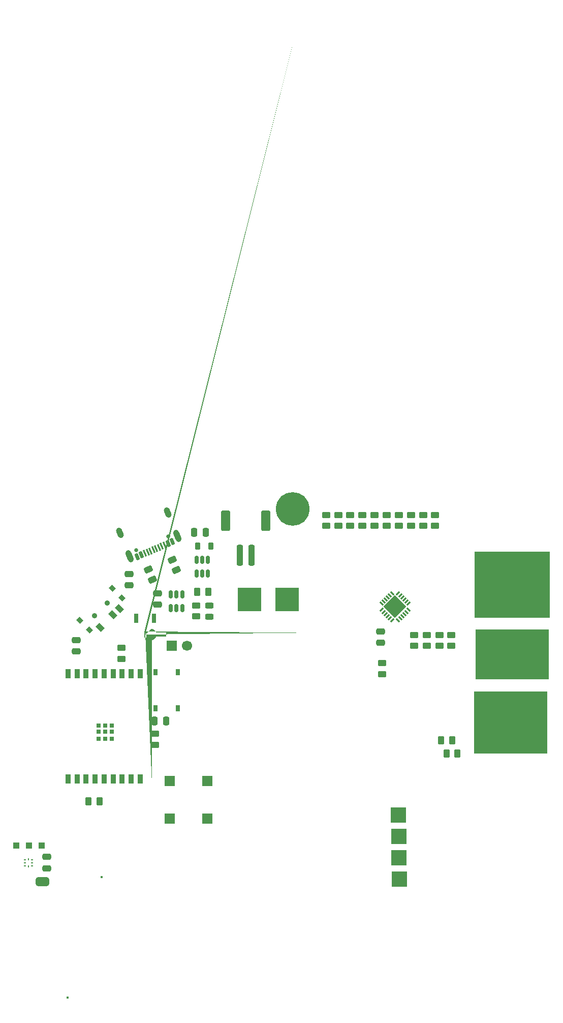
<source format=gbr>
%TF.GenerationSoftware,KiCad,Pcbnew,9.0.0*%
%TF.CreationDate,2025-12-18T00:51:24+08:00*%
%TF.ProjectId,hnr26-badge,686e7232-362d-4626-9164-67652e6b6963,0.0.14*%
%TF.SameCoordinates,Original*%
%TF.FileFunction,Soldermask,Bot*%
%TF.FilePolarity,Negative*%
%FSLAX46Y46*%
G04 Gerber Fmt 4.6, Leading zero omitted, Abs format (unit mm)*
G04 Created by KiCad (PCBNEW 9.0.0) date 2025-12-18 00:51:24*
%MOMM*%
%LPD*%
G01*
G04 APERTURE LIST*
G04 Aperture macros list*
%AMRoundRect*
0 Rectangle with rounded corners*
0 $1 Rounding radius*
0 $2 $3 $4 $5 $6 $7 $8 $9 X,Y pos of 4 corners*
0 Add a 4 corners polygon primitive as box body*
4,1,4,$2,$3,$4,$5,$6,$7,$8,$9,$2,$3,0*
0 Add four circle primitives for the rounded corners*
1,1,$1+$1,$2,$3*
1,1,$1+$1,$4,$5*
1,1,$1+$1,$6,$7*
1,1,$1+$1,$8,$9*
0 Add four rect primitives between the rounded corners*
20,1,$1+$1,$2,$3,$4,$5,0*
20,1,$1+$1,$4,$5,$6,$7,0*
20,1,$1+$1,$6,$7,$8,$9,0*
20,1,$1+$1,$8,$9,$2,$3,0*%
%AMHorizOval*
0 Thick line with rounded ends*
0 $1 width*
0 $2 $3 position (X,Y) of the first rounded end (center of the circle)*
0 $4 $5 position (X,Y) of the second rounded end (center of the circle)*
0 Add line between two ends*
20,1,$1,$2,$3,$4,$5,0*
0 Add two circle primitives to create the rounded ends*
1,1,$1,$2,$3*
1,1,$1,$4,$5*%
%AMRotRect*
0 Rectangle, with rotation*
0 The origin of the aperture is its center*
0 $1 length*
0 $2 width*
0 $3 Rotation angle, in degrees counterclockwise*
0 Add horizontal line*
21,1,$1,$2,0,0,$3*%
%AMFreePoly0*
4,1,23,0.500000,-0.750000,0.000000,-0.750000,0.000000,-0.745722,-0.065263,-0.745722,-0.191342,-0.711940,-0.304381,-0.646677,-0.396677,-0.554381,-0.461940,-0.441342,-0.495722,-0.315263,-0.495722,-0.250000,-0.500000,-0.250000,-0.500000,0.250000,-0.495722,0.250000,-0.495722,0.315263,-0.461940,0.441342,-0.396677,0.554381,-0.304381,0.646677,-0.191342,0.711940,-0.065263,0.745722,0.000000,0.745722,
0.000000,0.750000,0.500000,0.750000,0.500000,-0.750000,0.500000,-0.750000,$1*%
%AMFreePoly1*
4,1,23,0.000000,0.745722,0.065263,0.745722,0.191342,0.711940,0.304381,0.646677,0.396677,0.554381,0.461940,0.441342,0.495722,0.315263,0.495722,0.250000,0.500000,0.250000,0.500000,-0.250000,0.495722,-0.250000,0.495722,-0.315263,0.461940,-0.441342,0.396677,-0.554381,0.304381,-0.646677,0.191342,-0.711940,0.065263,-0.745722,0.000000,-0.745722,0.000000,-0.750000,-0.500000,-0.750000,
-0.500000,0.750000,0.000000,0.750000,0.000000,0.745722,0.000000,0.745722,$1*%
%AMFreePoly2*
4,1,123,0.971755,0.948997,1.016180,0.945872,1.060427,0.940665,1.104369,0.933401,1.147930,0.924054,1.190983,0.912700,1.233477,0.899340,1.275286,0.883998,1.316332,0.866701,1.356541,0.847523,1.395784,0.826467,1.434011,0.803581,1.471120,0.778943,1.507036,0.752604,1.541656,0.724613,1.574956,0.694996,1.606807,0.663881,1.637186,0.631293,1.665989,0.597333,1.693167,0.562052,
1.718669,0.525527,1.742418,0.487859,1.764389,0.449098,1.784531,0.409373,1.802769,0.330023,3.500102,0.330023,3.500102,-0.329972,1.802769,-0.329972,1.784531,-0.409271,1.764389,-0.448997,1.742418,-0.487757,1.718669,-0.525425,1.693167,-0.561951,1.665989,-0.597231,1.637186,-0.631191,1.606807,-0.663780,1.574956,-0.694895,1.541656,-0.724511,1.507036,-0.752502,1.471120,-0.778842,
1.434011,-0.803480,1.395784,-0.826365,1.356541,-0.847422,1.316332,-0.866599,1.275286,-0.883896,1.233477,-0.899238,1.190983,-0.912598,1.147930,-0.923952,1.104369,-0.933299,1.060427,-0.940564,1.016180,-0.945771,0.971755,-0.948895,0.927229,-0.949962,-0.926975,-0.949962,-0.971501,-0.948895,-1.015926,-0.945771,-1.060173,-0.940564,-1.104115,-0.933299,-1.147676,-0.923952,-1.190729,-0.912598,
-1.233223,-0.899238,-1.275032,-0.883896,-1.316078,-0.866599,-1.356287,-0.847422,-1.395530,-0.826365,-1.433757,-0.803480,-1.470866,-0.778842,-1.506782,-0.752502,-1.541402,-0.724511,-1.574702,-0.694895,-1.606553,-0.663780,-1.636932,-0.631191,-1.665735,-0.597231,-1.692913,-0.561951,-1.718415,-0.525425,-1.742164,-0.487757,-1.764135,-0.448997,-1.784277,-0.409271,-1.802515,-0.368631,-1.818847,-0.327203,
-1.833198,-0.285039,-1.845568,-0.242240,-1.855906,-0.198908,-1.864211,-0.155169,-1.870460,-0.111049,-1.874625,-0.066701,-1.876708,-0.022225,-1.876708,0.022327,-1.874625,0.066802,-1.870460,0.111151,-1.864211,0.155271,-1.855906,0.199009,-1.845568,0.242342,-1.833198,0.285141,-1.818847,0.327305,-1.802515,0.368733,-1.784277,0.409373,-1.764135,0.449098,-1.742164,0.487859,-1.718415,0.525527,
-1.692913,0.562052,-1.665735,0.597333,-1.636932,0.631293,-1.606553,0.663881,-1.574702,0.694996,-1.541402,0.724613,-1.506782,0.752604,-1.470866,0.778943,-1.433757,0.803581,-1.395530,0.826467,-1.356287,0.847523,-1.316078,0.866701,-1.275032,0.883998,-1.233223,0.899340,-1.190729,0.912700,-1.147676,0.924054,-1.104115,0.933401,-1.060173,0.940665,-1.015926,0.945872,-0.971501,0.948997,
-0.926975,0.950064,0.927229,0.950064,0.971755,0.948997,0.971755,0.948997,$1*%
G04 Aperture macros list end*
%ADD10C,0.100000*%
%ADD11C,0.900000*%
%ADD12RotRect,0.900000X1.250000X225.000000*%
%ADD13RotRect,0.800000X0.930000X225.000000*%
%ADD14C,5.600000*%
%ADD15RoundRect,0.150000X0.150000X-0.512500X0.150000X0.512500X-0.150000X0.512500X-0.150000X-0.512500X0*%
%ADD16RoundRect,0.250000X0.450000X-0.262500X0.450000X0.262500X-0.450000X0.262500X-0.450000X-0.262500X0*%
%ADD17RoundRect,0.250000X0.475000X-0.250000X0.475000X0.250000X-0.475000X0.250000X-0.475000X-0.250000X0*%
%ADD18R,2.500000X2.500000*%
%ADD19RoundRect,0.250000X-0.450000X0.262500X-0.450000X-0.262500X0.450000X-0.262500X0.450000X0.262500X0*%
%ADD20RoundRect,0.062500X-0.291682X0.203293X0.203293X-0.291682X0.291682X-0.203293X-0.203293X0.291682X0*%
%ADD21RoundRect,0.062500X-0.291682X-0.203293X-0.203293X-0.291682X0.291682X0.203293X0.203293X0.291682X0*%
%ADD22RotRect,2.700000X2.700000X315.000000*%
%ADD23FreePoly0,180.000000*%
%ADD24FreePoly1,180.000000*%
%ADD25RoundRect,0.250000X-0.262500X-0.450000X0.262500X-0.450000X0.262500X0.450000X-0.262500X0.450000X0*%
%ADD26RoundRect,0.250000X-0.475000X0.250000X-0.475000X-0.250000X0.475000X-0.250000X0.475000X0.250000X0*%
%ADD27R,0.300000X0.300000*%
%ADD28R,0.400000X0.280000*%
%ADD29R,0.400000X0.220000*%
%ADD30R,0.220000X0.400000*%
%ADD31RoundRect,0.250000X-0.250000X-0.475000X0.250000X-0.475000X0.250000X0.475000X-0.250000X0.475000X0*%
%ADD32R,1.000000X1.000000*%
%ADD33C,0.650000*%
%ADD34RoundRect,0.150000X0.027985X-0.449824X0.304136X-0.332605X-0.027985X0.449824X-0.304136X0.332605X0*%
%ADD35RoundRect,0.075000X0.126328X-0.489557X0.264403X-0.430948X-0.126328X0.489557X-0.264403X0.430948X0*%
%ADD36HorizOval,1.000000X-0.156292X0.368202X0.156292X-0.368202X0*%
%ADD37HorizOval,1.000000X-0.214902X0.506278X0.214902X-0.506278X0*%
%ADD38R,4.000000X4.000000*%
%ADD39R,0.672009X1.575006*%
%ADD40FreePoly2,90.000000*%
%ADD41RoundRect,0.150000X-0.150000X0.512500X-0.150000X-0.512500X0.150000X-0.512500X0.150000X0.512500X0*%
%ADD42RoundRect,0.250000X-0.516794X0.065804X-0.311660X-0.417462X0.516794X-0.065804X0.311660X0.417462X0*%
%ADD43RoundRect,0.250000X0.250000X0.475000X-0.250000X0.475000X-0.250000X-0.475000X0.250000X-0.475000X0*%
%ADD44RoundRect,0.250000X-0.250000X-1.500000X0.250000X-1.500000X0.250000X1.500000X-0.250000X1.500000X0*%
%ADD45RoundRect,0.250001X-0.499999X-1.449999X0.499999X-1.449999X0.499999X1.449999X-0.499999X1.449999X0*%
%ADD46R,0.750000X1.000000*%
%ADD47RoundRect,0.243750X0.456250X-0.243750X0.456250X0.243750X-0.456250X0.243750X-0.456250X-0.243750X0*%
%ADD48R,1.800000X1.800000*%
%ADD49R,0.900000X1.500000*%
%ADD50R,0.700000X0.700000*%
%ADD51RoundRect,0.218750X-0.218750X-0.381250X0.218750X-0.381250X0.218750X0.381250X-0.218750X0.381250X0*%
%ADD52R,1.700000X1.700000*%
%ADD53C,1.700000*%
G04 APERTURE END LIST*
D10*
X182135632Y-85394945D02*
X194210798Y-85394945D01*
X194210798Y-95625063D01*
X182135632Y-95625063D01*
X182135632Y-85394945D01*
G36*
X182135632Y-85394945D02*
G01*
X194210798Y-85394945D01*
X194210798Y-95625063D01*
X182135632Y-95625063D01*
X182135632Y-85394945D01*
G37*
X182254645Y-62080080D02*
X194701354Y-62080080D01*
X194701354Y-73059280D01*
X182254645Y-73059280D01*
X182254645Y-62080080D01*
G36*
X182254645Y-62080080D02*
G01*
X194701354Y-62080080D01*
X194701354Y-73059280D01*
X182254645Y-73059280D01*
X182254645Y-62080080D01*
G37*
X182382608Y-75093673D02*
X194457774Y-75093673D01*
X194457774Y-83308829D01*
X182382608Y-83308829D01*
X182382608Y-75093673D01*
G36*
X182382608Y-75093673D02*
G01*
X194457774Y-75093673D01*
X194457774Y-83308829D01*
X182382608Y-83308829D01*
X182382608Y-75093673D01*
G37*
%TO.C,JP1*%
G36*
X110350306Y-116318770D02*
G01*
X110050306Y-116318770D01*
X110050306Y-117818770D01*
X110350306Y-117818770D01*
X110350306Y-116318770D01*
G37*
%TD*%
D11*
%TO.C,SW9*%
X118887506Y-72745686D03*
X121008827Y-70624365D03*
D12*
X119827958Y-74746798D03*
X121949279Y-72625478D03*
X123009939Y-71564817D03*
D13*
X123434203Y-69797051D03*
X121829071Y-68191918D03*
X116455059Y-73565930D03*
X118060191Y-75171062D03*
%TD*%
D14*
%TO.C,H1*%
X151918504Y-54966296D03*
%TD*%
D15*
%TO.C,U4*%
X137808835Y-65704580D03*
X136858835Y-65704580D03*
X135908835Y-65704580D03*
X135908835Y-63429580D03*
X136858835Y-63429580D03*
X137808835Y-63429580D03*
%TD*%
D16*
%TO.C,R16*%
X169589486Y-57810931D03*
X169589486Y-55985931D03*
%TD*%
%TO.C,R27*%
X123416846Y-79966832D03*
X123416846Y-78141832D03*
%TD*%
D17*
%TO.C,C8*%
X124617638Y-67713416D03*
X124617638Y-65813416D03*
%TD*%
D18*
%TO.C,TP7*%
X169634903Y-113057080D03*
%TD*%
D19*
%TO.C,R4*%
X178340568Y-75969549D03*
X178340568Y-77794549D03*
%TD*%
D16*
%TO.C,R20*%
X128991932Y-94257423D03*
X128991932Y-92432423D03*
%TD*%
D20*
%TO.C,U2*%
X166694240Y-70777127D03*
X167047794Y-70423574D03*
X167401347Y-70070021D03*
X167754901Y-69716467D03*
X168108454Y-69362914D03*
X168462007Y-69009360D03*
D21*
X169469635Y-69009360D03*
X169823188Y-69362914D03*
X170176741Y-69716467D03*
X170530295Y-70070021D03*
X170883848Y-70423574D03*
X171237402Y-70777127D03*
D20*
X171237402Y-71784755D03*
X170883848Y-72138308D03*
X170530295Y-72491861D03*
X170176741Y-72845415D03*
X169823188Y-73198968D03*
X169469635Y-73552522D03*
D21*
X168462007Y-73552522D03*
X168108454Y-73198968D03*
X167754901Y-72845415D03*
X167401347Y-72491861D03*
X167047794Y-72138308D03*
X166694240Y-71784755D03*
D22*
X168965821Y-71280941D03*
%TD*%
D23*
%TO.C,JP1*%
X110850306Y-117068770D03*
D24*
X109550306Y-117068770D03*
%TD*%
D25*
%TO.C,R1*%
X177541629Y-95744565D03*
X179366629Y-95744565D03*
%TD*%
D17*
%TO.C,C3*%
X115820236Y-78712925D03*
X115820236Y-76812925D03*
%TD*%
D19*
%TO.C,R6*%
X174295539Y-75969549D03*
X174295539Y-77794549D03*
%TD*%
D26*
%TO.C,C5*%
X110926517Y-112943761D03*
X110926517Y-114843761D03*
%TD*%
D27*
%TO.C,L2*%
X114390917Y-136380717D03*
X120090917Y-116270717D03*
%TD*%
D28*
%TO.C,U3*%
X107259971Y-114393761D03*
D29*
X107259971Y-113893761D03*
X107259971Y-113393761D03*
D30*
X107859971Y-113293761D03*
D29*
X108459971Y-113393761D03*
X108459971Y-113893761D03*
X108459971Y-114393761D03*
D30*
X107859971Y-114493761D03*
%TD*%
D31*
%TO.C,C4*%
X128897591Y-90298669D03*
X130797591Y-90298669D03*
%TD*%
D16*
%TO.C,R3*%
X166852459Y-82487068D03*
X166852459Y-80662068D03*
%TD*%
%TO.C,R10*%
X157474568Y-57810931D03*
X157474568Y-55985931D03*
%TD*%
%TO.C,R23*%
X135787673Y-72882886D03*
X135787673Y-71057886D03*
%TD*%
%TO.C,R14*%
X165551180Y-57810931D03*
X165551180Y-55985931D03*
%TD*%
D19*
%TO.C,R7*%
X172123347Y-75957738D03*
X172123347Y-77782738D03*
%TD*%
D25*
%TO.C,R2*%
X176629129Y-93552262D03*
X178454129Y-93552262D03*
%TD*%
D32*
%TO.C,TP3*%
X107955216Y-111007359D03*
%TD*%
D16*
%TO.C,R11*%
X159493721Y-57810931D03*
X159493721Y-55985931D03*
%TD*%
D33*
%TO.C,J1*%
X125844286Y-61827118D03*
X131164804Y-59568692D03*
D34*
X125978965Y-62937787D03*
X126715369Y-62625203D03*
D35*
X127773949Y-62175862D03*
X128694454Y-61785131D03*
X129154707Y-61589765D03*
X130075212Y-61199034D03*
D34*
X131133792Y-60749693D03*
X131870196Y-60437108D03*
X131870196Y-60437108D03*
X131133792Y-60749693D03*
D35*
X130535464Y-61003668D03*
X129614959Y-61394400D03*
X128234202Y-61980496D03*
X127313697Y-62371227D03*
D34*
X126715369Y-62625203D03*
X125978965Y-62937787D03*
D36*
X123090073Y-58998406D03*
D37*
X124723329Y-62846116D03*
D36*
X131043235Y-55622489D03*
D37*
X132676491Y-59470199D03*
%TD*%
D38*
%TO.C,TP9*%
X150947329Y-70030085D03*
%TD*%
D16*
%TO.C,R13*%
X163532027Y-57810931D03*
X163532027Y-55985931D03*
%TD*%
%TO.C,R17*%
X171608639Y-57810931D03*
X171608639Y-55985931D03*
%TD*%
%TO.C,R15*%
X167570333Y-57810931D03*
X167570333Y-55985931D03*
%TD*%
D39*
%TO.C,U6*%
X125814771Y-73164281D03*
D40*
X127314645Y-75876755D03*
D39*
X128814768Y-73164286D03*
%TD*%
D26*
%TO.C,C1*%
X166527876Y-75379457D03*
X166527876Y-77279457D03*
%TD*%
D41*
%TO.C,U5*%
X131594658Y-69206942D03*
X132544658Y-69206942D03*
X133494658Y-69206942D03*
X133494658Y-71481942D03*
X132544658Y-71481942D03*
X131594658Y-71481942D03*
%TD*%
D42*
%TO.C,R25*%
X131848143Y-63483800D03*
X132561227Y-65163722D03*
%TD*%
D17*
%TO.C,C7*%
X129416745Y-70945853D03*
X129416745Y-69045853D03*
%TD*%
D43*
%TO.C,C9*%
X137414921Y-58915586D03*
X135514921Y-58915586D03*
%TD*%
D44*
%TO.C,J4*%
X143083583Y-62698899D03*
X145083583Y-62698899D03*
D45*
X140733583Y-56948899D03*
X147433583Y-56948899D03*
%TD*%
D16*
%TO.C,R19*%
X175646945Y-57810931D03*
X175646945Y-55985931D03*
%TD*%
D25*
%TO.C,R28*%
X117910937Y-103714933D03*
X119735937Y-103714933D03*
%TD*%
D18*
%TO.C,TP6*%
X169658741Y-116656605D03*
%TD*%
D46*
%TO.C,SW7*%
X132802078Y-88203217D03*
X132802078Y-82203217D03*
X129052078Y-88203217D03*
X129052078Y-82203217D03*
%TD*%
D18*
%TO.C,TP5*%
X169617025Y-109484703D03*
%TD*%
D38*
%TO.C,TP8*%
X144696410Y-70056799D03*
%TD*%
D16*
%TO.C,R18*%
X173627792Y-57810931D03*
X173627792Y-55985931D03*
%TD*%
D19*
%TO.C,R5*%
X176350632Y-75969549D03*
X176350632Y-77794549D03*
%TD*%
D47*
%TO.C,D13*%
X138001534Y-72930476D03*
X138001534Y-71055476D03*
%TD*%
D32*
%TO.C,TP2*%
X105876457Y-111059104D03*
%TD*%
D16*
%TO.C,R12*%
X161512874Y-57810931D03*
X161512874Y-55985931D03*
%TD*%
D48*
%TO.C,BZ1*%
X131383740Y-100280906D03*
X137683708Y-100280908D03*
X137683706Y-106580876D03*
X131383738Y-106580874D03*
%TD*%
D25*
%TO.C,R24*%
X136030108Y-68819022D03*
X137855108Y-68819022D03*
%TD*%
D32*
%TO.C,TP1*%
X110084567Y-111031401D03*
%TD*%
D49*
%TO.C,U1*%
X114483026Y-82438594D03*
X115983026Y-82438594D03*
X117483026Y-82438594D03*
X118983026Y-82438594D03*
X120483026Y-82438594D03*
X121983026Y-82438594D03*
X123483026Y-82438594D03*
X124983026Y-82438594D03*
X126483026Y-82438594D03*
X126483026Y-99938594D03*
X124983026Y-99938594D03*
X123483026Y-99938594D03*
X121983026Y-99938594D03*
X120483026Y-99938594D03*
X118983026Y-99938594D03*
X117483026Y-99938594D03*
X115983026Y-99938594D03*
X114483026Y-99938594D03*
D50*
X121783026Y-91048594D03*
X120683026Y-91048594D03*
X119583026Y-91048594D03*
X121783026Y-92098594D03*
X120683026Y-92098594D03*
X119583026Y-92098594D03*
X121783026Y-93248594D03*
X120683026Y-93248594D03*
X119583026Y-93248594D03*
%TD*%
D51*
%TO.C,L1*%
X136112601Y-61172869D03*
X138237601Y-61172869D03*
%TD*%
D42*
%TO.C,R26*%
X127862765Y-65051434D03*
X128575849Y-66731356D03*
%TD*%
D18*
%TO.C,TP4*%
X169553457Y-105924907D03*
%TD*%
D52*
%TO.C,J2*%
X131739056Y-77798673D03*
D53*
X134279056Y-77798673D03*
%TD*%
M02*

</source>
